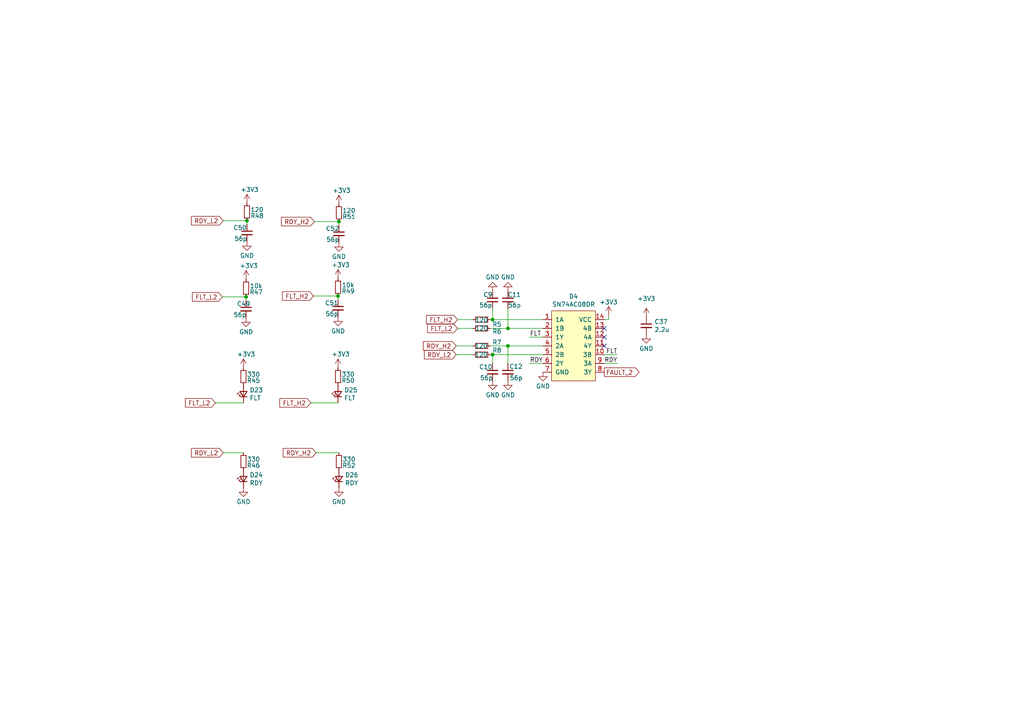
<source format=kicad_sch>
(kicad_sch (version 20230121) (generator eeschema)
  (paper "A4")
  (lib_symbols
    (symbol "Device:C_Small" (pin_numbers hide) (pin_names (offset 0.254) hide)
      (property "Reference" "C" (at 0.254 1.778 0))
      (property "Value" "C_Small" (at 0.254 -2.032 0))
      (symbol "C_Small_0_1"
        (polyline (pts (xy -1.524 -0.508) (xy 1.524 -0.508)) (stroke (width 0.3302)))
        (polyline (pts (xy -1.524 0.508) (xy 1.524 0.508)) (stroke (width 0.3048)))
      )
      (symbol "C_Small_1_1"
        (pin passive line (at 0 2.54 270) (length 2.032) (name "~") (number "1"))
        (pin passive line (at 0 -2.54 90) (length 2.032) (name "~") (number "2"))
      )
    )
    (symbol "Device:LED_Small" (pin_numbers hide) (pin_names (offset 0.254) hide)
      (property "Reference" "D" (at -1.27 3.175 0))
      (property "Value" "LED_Small" (at -4.445 -2.54 0))
      (symbol "LED_Small_0_1"
        (polyline (pts (xy -0.762 -1.016) (xy -0.762 1.016)) (stroke (width 0.254)))
        (polyline (pts (xy 1.016 0) (xy -0.762 0)))
        (polyline (pts (xy 0.762 -1.016) (xy -0.762 0) (xy 0.762 1.016) (xy 0.762 -1.016)) (stroke (width 0.254)))
        (polyline (pts (xy 0 0.762) (xy -0.508 1.27) (xy -0.254 1.27) (xy -0.508 1.27) (xy -0.508 1.016)))
        (polyline (pts (xy 0.508 1.27) (xy 0 1.778) (xy 0.254 1.778) (xy 0 1.778) (xy 0 1.524)))
      )
      (symbol "LED_Small_1_1"
        (pin passive line (at -2.54 0 0) (length 1.778) (name "K") (number "1"))
        (pin passive line (at 2.54 0 180) (length 1.778) (name "A") (number "2"))
      )
    )
    (symbol "Device:R_Small" (pin_numbers hide) (pin_names (offset 0.254) hide)
      (property "Reference" "R" (at 0.762 0.508 0))
      (property "Value" "R_Small" (at 0.762 -1.016 0))
      (symbol "R_Small_0_1"
        (rectangle (start -0.762 1.778) (end 0.762 -1.778) (stroke (width 0.2032)))
      )
      (symbol "R_Small_1_1"
        (pin passive line (at 0 2.54 270) (length 0.762) (name "~") (number "1"))
        (pin passive line (at 0 -2.54 90) (length 0.762) (name "~") (number "2"))
      )
    )
    (symbol "Logic:SN74AC08DR" (pin_names (offset 1.016))
      (property "Reference" "D" (at 0 0 0))
      (property "Value" "Logic_SN74AC08DR" (at 0 -2.54 0))
      (symbol "SN74AC08DR_0_1"
        (rectangle (start -6.35 -3.81) (end 6.35 -24.13) (fill (type background)))
      )
      (symbol "SN74AC08DR_1_1"
        (pin input line (at -8.89 -6.35 0) (length 2.54) (name "1A") (number "1"))
        (pin input line (at 8.89 -16.51 180) (length 2.54) (name "3B") (number "10"))
        (pin output line (at 8.89 -13.97 180) (length 2.54) (name "4Y") (number "11"))
        (pin input line (at 8.89 -11.43 180) (length 2.54) (name "4A") (number "12"))
        (pin input line (at 8.89 -8.89 180) (length 2.54) (name "4B") (number "13"))
        (pin input line (at 8.89 -6.35 180) (length 2.54) (name "VCC") (number "14"))
        (pin input line (at -8.89 -8.89 0) (length 2.54) (name "1B") (number "2"))
        (pin output line (at -8.89 -11.43 0) (length 2.54) (name "1Y") (number "3"))
        (pin input line (at -8.89 -13.97 0) (length 2.54) (name "2A") (number "4"))
        (pin input line (at -8.89 -16.51 0) (length 2.54) (name "2B") (number "5"))
        (pin output line (at -8.89 -19.05 0) (length 2.54) (name "2Y") (number "6"))
        (pin input line (at -8.89 -21.59 0) (length 2.54) (name "GND") (number "7"))
        (pin output line (at 8.89 -21.59 180) (length 2.54) (name "3Y") (number "8"))
        (pin input line (at 8.89 -19.05 180) (length 2.54) (name "3A") (number "9"))
      )
    )
    (symbol "power:+3.3V" (power) (pin_names (offset 0))
      (property "Value" "+3.3V" (at 0 3.556 0))
      (symbol "+3.3V_0_1"
        (polyline (pts (xy -0.762 1.27) (xy 0 2.54)))
        (polyline (pts (xy 0 0) (xy 0 2.54)))
        (polyline (pts (xy 0 2.54) (xy 0.762 1.27)))
      )
      (symbol "+3.3V_1_1"
        (pin power_in line (at 0 0 90) (length 0) hide (name "+3V3") (number "1"))
      )
    )
    (symbol "power:GND" (power) (pin_names (offset 0))
      (property "Value" "GND" (at 0 -3.81 0))
      (symbol "GND_0_1"
        (polyline (pts (xy 0 0) (xy 0 -1.27) (xy 1.27 -1.27) (xy 0 -2.54) (xy -1.27 -1.27) (xy 0 -1.27)))
      )
      (symbol "GND_1_1"
        (pin power_in line (at 0 0 270) (length 0) hide (name "GND") (number "1"))
      )
    )
  )
  (junction (at 71.374 86.106))
  (junction (at 142.875 92.71))
  (junction (at 98.298 64.262))
  (junction (at 142.875 102.87))
  (junction (at 147.32 100.33))
  (junction (at 147.32 95.25))
  (junction (at 98.044 85.852))
  (junction (at 71.628 64.008))
  (no_connect (at 175.26 100.33))
  (no_connect (at 175.26 97.79))
  (no_connect (at 175.26 95.25))
  (wire (pts (xy 142.24 102.87) (xy 142.875 102.87)))
  (wire (pts (xy 64.77 131.318) (xy 70.612 131.318)))
  (wire (pts (xy 71.628 65.024) (xy 71.628 64.008)))
  (wire (pts (xy 132.715 92.71) (xy 137.16 92.71)))
  (wire (pts (xy 147.32 89.535) (xy 147.32 95.25)))
  (wire (pts (xy 142.24 95.25) (xy 147.32 95.25)))
  (wire (pts (xy 142.875 102.87) (xy 157.48 102.87)))
  (wire (pts (xy 64.77 64.008) (xy 71.628 64.008)))
  (wire (pts (xy 147.32 100.33) (xy 147.32 105.41)))
  (wire (pts (xy 64.516 86.106) (xy 71.374 86.106)))
  (wire (pts (xy 90.17 116.84) (xy 98.044 116.84)))
  (wire (pts (xy 132.715 95.25) (xy 137.16 95.25)))
  (wire (pts (xy 142.24 100.33) (xy 147.32 100.33)))
  (wire (pts (xy 132.334 100.33) (xy 137.16 100.33)))
  (wire (pts (xy 98.298 65.278) (xy 98.298 64.262)))
  (wire (pts (xy 142.875 102.87) (xy 142.875 105.41)))
  (wire (pts (xy 62.484 116.84) (xy 70.612 116.84)))
  (wire (pts (xy 175.26 105.41) (xy 179.07 105.41)))
  (wire (pts (xy 98.044 86.868) (xy 98.044 85.852)))
  (wire (pts (xy 153.67 105.41) (xy 157.48 105.41)))
  (wire (pts (xy 142.875 89.535) (xy 142.875 92.71)))
  (wire (pts (xy 175.26 102.87) (xy 179.07 102.87)))
  (wire (pts (xy 153.67 97.79) (xy 157.48 97.79)))
  (wire (pts (xy 175.26 92.71) (xy 176.53 92.71)))
  (wire (pts (xy 147.32 95.25) (xy 157.48 95.25)))
  (wire (pts (xy 90.932 85.852) (xy 98.044 85.852)))
  (wire (pts (xy 147.32 100.33) (xy 157.48 100.33)))
  (wire (pts (xy 132.334 102.87) (xy 137.16 102.87)))
  (wire (pts (xy 91.186 64.262) (xy 98.298 64.262)))
  (wire (pts (xy 142.875 92.71) (xy 157.48 92.71)))
  (wire (pts (xy 71.374 87.122) (xy 71.374 86.106)))
  (wire (pts (xy 176.53 92.71) (xy 176.53 91.44)))
  (wire (pts (xy 142.24 92.71) (xy 142.875 92.71)))
  (wire (pts (xy 91.694 131.318) (xy 98.298 131.318)))
  (label "FLT" (at 179.07 102.87 180))
  (label "RDY" (at 153.67 105.41 0))
  (label "FLT" (at 153.67 97.79 0))
  (label "RDY" (at 179.07 105.41 180))
  (global_label "RDY_H2" (shape input) (at 132.334 100.33 180) (property "Intersheetrefs" "${INTERSHEET_REFS}" (effects hide)))
  (global_label "FLT_H2" (shape input) (at 90.932 85.852 180) (property "Intersheetrefs" "${INTERSHEET_REFS}" (effects hide)))
  (global_label "FLT_L2" (shape input) (at 132.715 95.25 180) (property "Intersheetrefs" "${INTERSHEET_REFS}" (effects hide)))
  (global_label "FAULT_2" (shape output) (at 175.26 107.95 0) (property "Intersheetrefs" "${INTERSHEET_REFS}" (effects hide)))
  (global_label "RDY_L2" (shape input) (at 64.77 64.008 180) (property "Intersheetrefs" "${INTERSHEET_REFS}" (effects hide)))
  (global_label "RDY_H2" (shape input) (at 91.186 64.262 180) (property "Intersheetrefs" "${INTERSHEET_REFS}" (effects hide)))
  (global_label "FLT_H2" (shape input) (at 90.17 116.84 180) (property "Intersheetrefs" "${INTERSHEET_REFS}" (effects hide)))
  (global_label "RDY_L2" (shape input) (at 64.77 131.318 180) (property "Intersheetrefs" "${INTERSHEET_REFS}" (effects hide)))
  (global_label "FLT_L2" (shape input) (at 62.484 116.84 180) (property "Intersheetrefs" "${INTERSHEET_REFS}" (effects hide)))
  (global_label "FLT_H2" (shape input) (at 132.715 92.71 180) (property "Intersheetrefs" "${INTERSHEET_REFS}" (effects hide)))
  (global_label "FLT_L2" (shape input) (at 64.516 86.106 180) (property "Intersheetrefs" "${INTERSHEET_REFS}" (effects hide)))
  (global_label "RDY_H2" (shape input) (at 91.694 131.318 180) (property "Intersheetrefs" "${INTERSHEET_REFS}" (effects hide)))
  (global_label "RDY_L2" (shape input) (at 132.334 102.87 180) (property "Intersheetrefs" "${INTERSHEET_REFS}" (effects hide)))
  (symbol (lib_id "power:GND") (at 98.298 141.478 0) (unit 1)
    (property "Reference" "#PWR0126" (effects hide))
    (property "Value" "GND" (at 96.266 145.542 0) (effects (justify left)))
  )
  (symbol (lib_id "Device:R_Small") (at 70.612 109.22 180) (unit 1)
    (property "Reference" "R45" (at 73.533 110.363 0))
    (property "Value" "330" (at 73.533 108.585 0))
    (property "Footprint" "Resistor_SMD:R_0805_2012Metric_Pad1.20x1.40mm_HandSolder" (effects hide))
  )
  (symbol (lib_id "power:+3.3V") (at 71.374 81.026 0) (unit 1)
    (property "Reference" "#PWR0133" (effects hide))
    (property "Value" "+3.3V" (at 74.803 77.089 0) (effects (justify right)))
  )
  (symbol (lib_id "Device:R_Small") (at 98.044 83.312 180) (unit 1)
    (property "Reference" "R49" (at 100.965 84.455 0))
    (property "Value" "10k" (at 100.965 82.677 0))
    (property "Footprint" "Resistor_SMD:R_0805_2012Metric_Pad1.20x1.40mm_HandSolder" (effects hide))
  )
  (symbol (lib_id "Device:R_Small") (at 139.7 92.71 270) (unit 1)
    (property "Reference" "R5" (at 144.145 94.107 90))
    (property "Value" "120" (at 139.7 92.837 90))
    (property "Footprint" "Resistor_SMD:R_0805_2012Metric_Pad1.20x1.40mm_HandSolder" (effects hide))
  )
  (symbol (lib_id "Device:C_Small") (at 142.875 86.995 180) (unit 1)
    (property "Reference" "C9" (at 142.875 85.471 0) (effects (justify left)))
    (property "Value" "56p" (at 142.748 88.519 0) (effects (justify left)))
    (property "Footprint" "Capacitor_SMD:C_0805_2012Metric_Pad1.18x1.45mm_HandSolder" (effects hide))
  )
  (symbol (lib_id "power:+3.3V") (at 98.298 59.182 0) (unit 1)
    (property "Reference" "#PWR0136" (effects hide))
    (property "Value" "+3.3V" (at 101.727 55.245 0) (effects (justify right)))
  )
  (symbol (lib_id "Device:R_Small") (at 71.628 61.468 180) (unit 1)
    (property "Reference" "R48" (at 74.549 62.611 0))
    (property "Value" "120" (at 74.549 60.833 0))
    (property "Footprint" "Resistor_SMD:R_0805_2012Metric_Pad1.20x1.40mm_HandSolder" (effects hide))
  )
  (symbol (lib_id "Device:R_Small") (at 139.7 100.33 270) (unit 1)
    (property "Reference" "R7" (at 144.145 99.314 90))
    (property "Value" "120" (at 139.573 100.33 90))
    (property "Footprint" "Resistor_SMD:R_0805_2012Metric_Pad1.20x1.40mm_HandSolder" (effects hide))
  )
  (symbol (lib_id "Device:C_Small") (at 187.452 94.488 0) (unit 1)
    (property "Reference" "C37" (at 189.7888 93.3196 0) (effects (justify left)))
    (property "Value" "2.2u" (at 189.7888 95.631 0) (effects (justify left)))
    (property "Footprint" "Capacitor_SMD:C_0805_2012Metric_Pad1.18x1.45mm_HandSolder" (effects hide))
  )
  (symbol (lib_id "Device:C_Small") (at 147.32 107.95 0) (unit 1)
    (property "Reference" "C12" (at 147.701 106.299 0) (effects (justify left)))
    (property "Value" "56p" (at 147.828 109.601 0) (effects (justify left)))
    (property "Footprint" "Capacitor_SMD:C_0805_2012Metric_Pad1.18x1.45mm_HandSolder" (effects hide))
  )
  (symbol (lib_id "power:+3.3V") (at 98.044 80.772 0) (unit 1)
    (property "Reference" "#PWR0227" (effects hide))
    (property "Value" "+3.3V" (at 101.473 76.835 0) (effects (justify right)))
  )
  (symbol (lib_id "power:GND") (at 98.044 91.948 0) (unit 1)
    (property "Reference" "#PWR0122" (effects hide))
    (property "Value" "GND" (at 96.012 96.012 0) (effects (justify left)))
  )
  (symbol (lib_id "power:GND") (at 98.298 70.358 0) (unit 1)
    (property "Reference" "#PWR0125" (effects hide))
    (property "Value" "GND" (at 96.266 74.422 0) (effects (justify left)))
  )
  (symbol (lib_id "power:+3.3V") (at 187.452 91.948 0) (unit 1)
    (property "Reference" "#PWR0151" (effects hide))
    (property "Value" "+3.3V" (at 187.452 86.614 0))
  )
  (symbol (lib_id "power:GND") (at 147.32 110.49 0) (unit 1)
    (property "Reference" "#PWR027" (effects hide))
    (property "Value" "GND" (at 145.288 114.554 0) (effects (justify left)))
  )
  (symbol (lib_id "Device:C_Small") (at 71.374 89.662 0) (unit 1)
    (property "Reference" "C49" (at 68.707 88.138 0) (effects (justify left)))
    (property "Value" "56p" (at 67.691 91.313 0) (effects (justify left)))
    (property "Footprint" "Capacitor_SMD:C_0805_2012Metric_Pad1.18x1.45mm_HandSolder" (effects hide))
  )
  (symbol (lib_id "power:+3.3V") (at 71.628 58.928 0) (unit 1)
    (property "Reference" "#PWR0131" (effects hide))
    (property "Value" "+3.3V" (at 75.057 54.991 0) (effects (justify right)))
  )
  (symbol (lib_id "Device:LED_Small") (at 70.612 114.3 90) (unit 1)
    (property "Reference" "D23" (at 72.39 113.1316 90) (effects (justify right)))
    (property "Value" "FLT" (at 72.39 115.443 90) (effects (justify right)))
    (property "Footprint" "LED_SMD:LED_0805_2012Metric_Pad1.15x1.40mm_HandSolder" (effects hide))
  )
  (symbol (lib_id "Device:C_Small") (at 71.628 67.564 0) (unit 1)
    (property "Reference" "C50" (at 67.691 66.04 0) (effects (justify left)))
    (property "Value" "56p" (at 67.945 69.215 0) (effects (justify left)))
    (property "Footprint" "Capacitor_SMD:C_0805_2012Metric_Pad1.18x1.45mm_HandSolder" (effects hide))
  )
  (symbol (lib_id "Device:C_Small") (at 98.044 89.408 0) (unit 1)
    (property "Reference" "C51" (at 94.234 87.884 0) (effects (justify left)))
    (property "Value" "56p" (at 94.361 91.059 0) (effects (justify left)))
    (property "Footprint" "Capacitor_SMD:C_0805_2012Metric_Pad1.18x1.45mm_HandSolder" (effects hide))
  )
  (symbol (lib_id "power:+3.3V") (at 176.53 91.44 0) (unit 1)
    (property "Reference" "#PWR029" (effects hide))
    (property "Value" "+3.3V" (at 176.53 87.63 0))
  )
  (symbol (lib_id "Device:R_Small") (at 139.7 102.87 270) (unit 1)
    (property "Reference" "R8" (at 144.145 101.6 90))
    (property "Value" "120" (at 139.573 102.87 90))
    (property "Footprint" "Resistor_SMD:R_0805_2012Metric_Pad1.20x1.40mm_HandSolder" (effects hide))
  )
  (symbol (lib_id "power:+3.3V") (at 98.044 106.68 0) (unit 1)
    (property "Reference" "#PWR0135" (effects hide))
    (property "Value" "+3.3V" (at 101.473 102.743 0) (effects (justify right)))
  )
  (symbol (lib_id "power:GND") (at 71.374 92.202 0) (unit 1)
    (property "Reference" "#PWR0107" (effects hide))
    (property "Value" "GND" (at 69.342 96.266 0) (effects (justify left)))
  )
  (symbol (lib_id "power:GND") (at 142.875 110.49 0) (unit 1)
    (property "Reference" "#PWR025" (effects hide))
    (property "Value" "GND" (at 140.843 114.554 0) (effects (justify left)))
  )
  (symbol (lib_id "power:+3.3V") (at 70.612 106.68 0) (unit 1)
    (property "Reference" "#PWR0129" (effects hide))
    (property "Value" "+3.3V" (at 74.041 102.743 0) (effects (justify right)))
  )
  (symbol (lib_id "Device:R_Small") (at 98.298 61.722 180) (unit 1)
    (property "Reference" "R51" (at 101.219 62.865 0))
    (property "Value" "120" (at 101.219 61.087 0))
    (property "Footprint" "Resistor_SMD:R_0805_2012Metric_Pad1.20x1.40mm_HandSolder" (effects hide))
  )
  (symbol (lib_id "Device:R_Small") (at 98.298 133.858 180) (unit 1)
    (property "Reference" "R52" (at 101.219 135.001 0))
    (property "Value" "330" (at 101.219 133.223 0))
    (property "Footprint" "Resistor_SMD:R_0805_2012Metric_Pad1.20x1.40mm_HandSolder" (effects hide))
  )
  (symbol (lib_id "Logic:SN74AC08DR") (at 166.37 86.36 0) (unit 1)
    (property "Reference" "D4" (at 166.37 85.979 0))
    (property "Value" "SN74AC08DR" (at 166.37 88.2904 0))
    (property "Footprint" "Package_SO:SOIC-14_3.9x8.7mm_P1.27mm" (effects hide))
  )
  (symbol (lib_id "power:GND") (at 147.32 84.455 180) (unit 1)
    (property "Reference" "#PWR026" (effects hide))
    (property "Value" "GND" (at 149.352 80.391 0) (effects (justify left)))
  )
  (symbol (lib_id "Device:C_Small") (at 147.32 86.995 180) (unit 1)
    (property "Reference" "C11" (at 151.13 85.471 0) (effects (justify left)))
    (property "Value" "56p" (at 151.13 88.519 0) (effects (justify left)))
    (property "Footprint" "Capacitor_SMD:C_0805_2012Metric_Pad1.18x1.45mm_HandSolder" (effects hide))
  )
  (symbol (lib_id "Device:LED_Small") (at 98.298 138.938 90) (unit 1)
    (property "Reference" "D26" (at 100.076 137.7696 90) (effects (justify right)))
    (property "Value" "RDY" (at 100.076 140.081 90) (effects (justify right)))
    (property "Footprint" "LED_SMD:LED_0805_2012Metric_Pad1.15x1.40mm_HandSolder" (effects hide))
  )
  (symbol (lib_id "Device:LED_Small") (at 98.044 114.3 90) (unit 1)
    (property "Reference" "D25" (at 99.822 113.1316 90) (effects (justify right)))
    (property "Value" "FLT" (at 99.822 115.443 90) (effects (justify right)))
    (property "Footprint" "LED_SMD:LED_0805_2012Metric_Pad1.15x1.40mm_HandSolder" (effects hide))
  )
  (symbol (lib_id "Device:C_Small") (at 142.875 107.95 0) (unit 1)
    (property "Reference" "C10" (at 138.938 106.426 0) (effects (justify left)))
    (property "Value" "56p" (at 139.192 109.601 0) (effects (justify left)))
    (property "Footprint" "Capacitor_SMD:C_0805_2012Metric_Pad1.18x1.45mm_HandSolder" (effects hide))
  )
  (symbol (lib_id "Device:C_Small") (at 98.298 67.818 0) (unit 1)
    (property "Reference" "C52" (at 94.488 66.294 0) (effects (justify left)))
    (property "Value" "56p" (at 94.615 69.469 0) (effects (justify left)))
    (property "Footprint" "Capacitor_SMD:C_0805_2012Metric_Pad1.18x1.45mm_HandSolder" (effects hide))
  )
  (symbol (lib_id "Device:LED_Small") (at 70.612 138.938 90) (unit 1)
    (property "Reference" "D24" (at 72.39 137.7696 90) (effects (justify right)))
    (property "Value" "RDY" (at 72.39 140.081 90) (effects (justify right)))
    (property "Footprint" "LED_SMD:LED_0805_2012Metric_Pad1.15x1.40mm_HandSolder" (effects hide))
  )
  (symbol (lib_id "power:GND") (at 142.875 84.455 180) (unit 1)
    (property "Reference" "#PWR024" (effects hide))
    (property "Value" "GND" (at 144.907 80.391 0) (effects (justify left)))
  )
  (symbol (lib_id "power:GND") (at 157.48 107.95 0) (unit 1)
    (property "Reference" "#PWR028" (effects hide))
    (property "Value" "GND" (at 155.448 112.014 0) (effects (justify left)))
  )
  (symbol (lib_id "Device:R_Small") (at 71.374 83.566 180) (unit 1)
    (property "Reference" "R47" (at 74.295 84.709 0))
    (property "Value" "10k" (at 74.295 82.931 0))
    (property "Footprint" "Resistor_SMD:R_0805_2012Metric_Pad1.20x1.40mm_HandSolder" (effects hide))
  )
  (symbol (lib_id "Device:R_Small") (at 139.7 95.25 270) (unit 1)
    (property "Reference" "R6" (at 144.145 96.139 90))
    (property "Value" "120" (at 139.7 95.25 90))
    (property "Footprint" "Resistor_SMD:R_0805_2012Metric_Pad1.20x1.40mm_HandSolder" (effects hide))
  )
  (symbol (lib_id "power:GND") (at 70.612 141.478 0) (unit 1)
    (property "Reference" "#PWR0100" (effects hide))
    (property "Value" "GND" (at 68.58 145.542 0) (effects (justify left)))
  )
  (symbol (lib_id "Device:R_Small") (at 98.044 109.22 180) (unit 1)
    (property "Reference" "R50" (at 100.965 110.363 0))
    (property "Value" "330" (at 100.965 108.585 0))
    (property "Footprint" "Resistor_SMD:R_0805_2012Metric_Pad1.20x1.40mm_HandSolder" (effects hide))
  )
  (symbol (lib_id "Device:R_Small") (at 70.612 133.858 180) (unit 1)
    (property "Reference" "R46" (at 73.533 135.001 0))
    (property "Value" "330" (at 73.533 133.223 0))
    (property "Footprint" "Resistor_SMD:R_0805_2012Metric_Pad1.20x1.40mm_HandSolder" (effects hide))
  )
  (symbol (lib_id "power:GND") (at 71.628 70.104 0) (unit 1)
    (property "Reference" "#PWR0120" (effects hide))
    (property "Value" "GND" (at 69.596 74.168 0) (effects (justify left)))
  )
  (symbol (lib_id "power:GND") (at 187.452 97.028 0) (unit 1)
    (property "Reference" "#PWR0152" (effects hide))
    (property "Value" "GND" (at 185.42 101.092 0) (effects (justify left)))
  )
)
</source>
